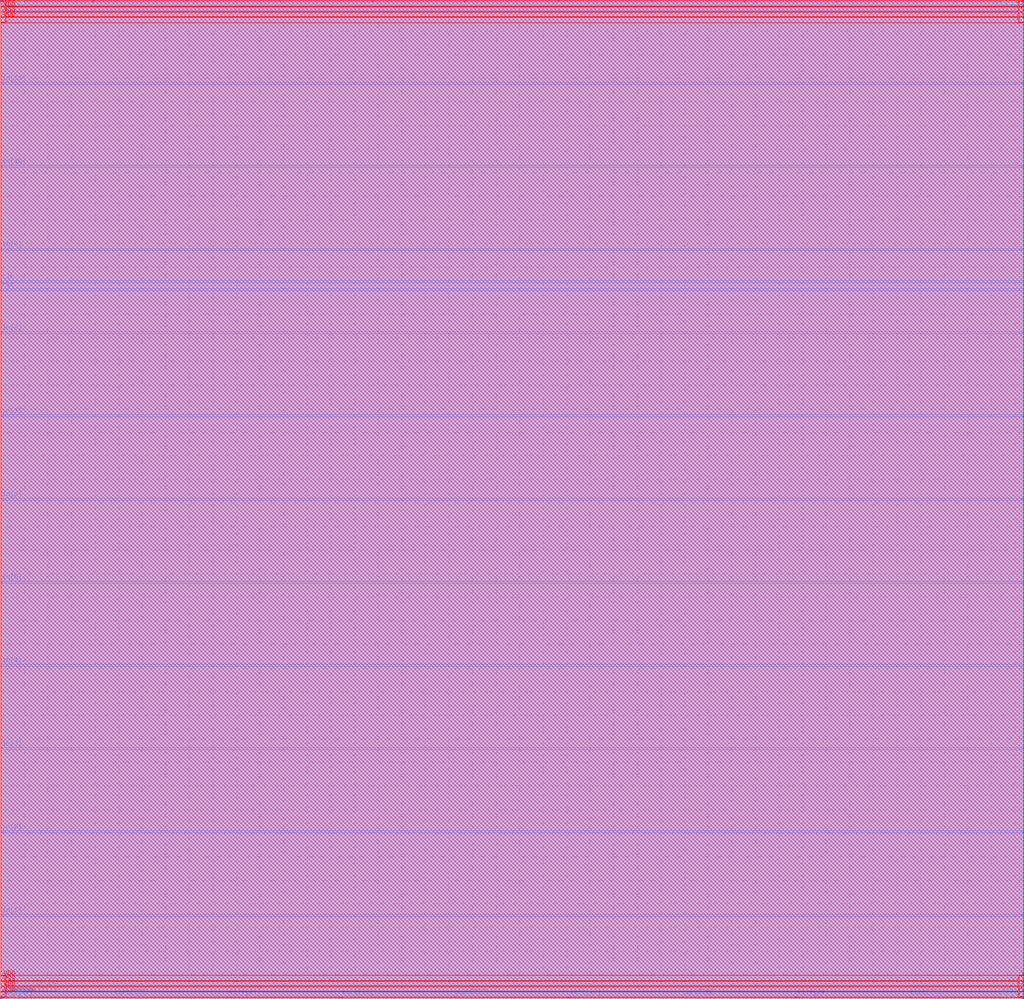
<source format=lef>
##
## LEF for PtnCells ;
## created by Encounter v10.13-s272_1 on Thu May 26 19:54:37 2016
##

VERSION 5.6 ;

BUSBITCHARS "[]" ;
DIVIDERCHAR "/" ;

UNITS
  DATABASE MICRONS 2000 ;
END UNITS

MACRO square_root_finder
  CLASS BLOCK ;
  SIZE 433.7750 BY 423.2800 ;
  FOREIGN square_root_finder 0.0000 0.0000 ;
  ORIGIN 0 0 ;
  SYMMETRY X Y R90 ;
  PIN rst
    DIRECTION INPUT ;
    USE SIGNAL ;
    ANTENNAPARTIALMETALAREA 4.5626 LAYER METAL3  ;
    ANTENNAPARTIALMETALSIDEAREA 17.2727 LAYER METAL3  ;
    ANTENNAMODEL OXIDE1 ;
    ANTENNAGATEAREA 0.2232 LAYER METAL3  ;
    ANTENNAMAXAREACAR 23.453 LAYER METAL3  ;
    ANTENNAMAXSIDEAREACAR 90.8504 LAYER METAL3  ;
    ANTENNAMAXCUTCAR 0.605735 LAYER VIA34  ;
    PORT
      LAYER METAL3 ;
        RECT 0.0000 300.3000 0.7250 300.5800 ;
    END
  END rst
  PIN clk
    DIRECTION INPUT ;
    USE SIGNAL ;
    ANTENNAPARTIALCUTAREA 0.0676 LAYER VIA34  ;
    ANTENNAPARTIALMETALAREA 2.6432 LAYER METAL4  ;
    ANTENNAPARTIALMETALSIDEAREA 10.3032 LAYER METAL4  ;
    ANTENNAMODEL OXIDE1 ;
    ANTENNAGATEAREA 0.8529 LAYER METAL4  ;
    ANTENNAMAXAREACAR 20.4887 LAYER METAL4  ;
    ANTENNAMAXSIDEAREACAR 78.7263 LAYER METAL4  ;
    ANTENNAMAXCUTCAR 0.237777 LAYER VIA45  ;
    PORT
      LAYER METAL3 ;
        RECT 0.0000 303.6600 0.7250 303.9400 ;
    END
  END clk
  PIN in[15]
    DIRECTION INPUT ;
    USE SIGNAL ;
    ANTENNAPARTIALMETALAREA 11.6788 LAYER METAL2  ;
    ANTENNAPARTIALMETALSIDEAREA 44.2126 LAYER METAL2  ;
    ANTENNAPARTIALCUTAREA 0.0676 LAYER VIA23  ;
    ANTENNAPARTIALMETALAREA 0.476 LAYER METAL3  ;
    ANTENNAPARTIALMETALSIDEAREA 2.0988 LAYER METAL3  ;
    ANTENNAPARTIALCUTAREA 0.0676 LAYER VIA34  ;
    ANTENNAPARTIALMETALAREA 35.8904 LAYER METAL4  ;
    ANTENNAPARTIALMETALSIDEAREA 136.464 LAYER METAL4  ;
    ANTENNAMODEL OXIDE1 ;
    ANTENNAGATEAREA 0.648 LAYER METAL4  ;
    ANTENNAMAXAREACAR 121.478 LAYER METAL4  ;
    ANTENNAMAXSIDEAREACAR 466.171 LAYER METAL4  ;
    ANTENNAMAXCUTCAR 1.87778 LAYER VIA45  ;
    PORT
      LAYER METAL2 ;
        RECT 78.7300 422.5500 79.0100 423.2800 ;
    END
  END in[15]
  PIN in[14]
    DIRECTION INPUT ;
    USE SIGNAL ;
    ANTENNAPARTIALMETALAREA 13.2244 LAYER METAL2  ;
    ANTENNAPARTIALMETALSIDEAREA 50.3606 LAYER METAL2  ;
    ANTENNAPARTIALCUTAREA 0.0676 LAYER VIA23  ;
    ANTENNAPARTIALMETALAREA 3.724 LAYER METAL3  ;
    ANTENNAPARTIALMETALSIDEAREA 14.6916 LAYER METAL3  ;
    ANTENNAPARTIALCUTAREA 0.0676 LAYER VIA34  ;
    ANTENNAPARTIALMETALAREA 25.956 LAYER METAL4  ;
    ANTENNAPARTIALMETALSIDEAREA 98.8556 LAYER METAL4  ;
    ANTENNAMODEL OXIDE1 ;
    ANTENNAGATEAREA 0.54 LAYER METAL4  ;
    ANTENNAMAXAREACAR 52.0289 LAYER METAL4  ;
    ANTENNAMAXSIDEAREACAR 199.437 LAYER METAL4  ;
    ANTENNAPARTIALCUTAREA 0.0676 LAYER VIA45  ;
    ANTENNAMAXCUTCAR 0.500741 LAYER VIA45  ;
    ANTENNAPARTIALMETALAREA 5.2808 LAYER METAL5  ;
    ANTENNAPARTIALMETALSIDEAREA 20.2884 LAYER METAL5  ;
    ANTENNAGATEAREA 0.648 LAYER METAL5  ;
    ANTENNAMAXAREACAR 60.1783 LAYER METAL5  ;
    ANTENNAMAXSIDEAREACAR 230.746 LAYER METAL5  ;
    PORT
      LAYER METAL2 ;
        RECT 39.2950 422.5500 39.5750 423.2800 ;
    END
  END in[14]
  PIN in[13]
    DIRECTION INPUT ;
    USE SIGNAL ;
    ANTENNAPARTIALMETALAREA 4.2252 LAYER METAL2  ;
    ANTENNAPARTIALMETALSIDEAREA 15.9954 LAYER METAL2  ;
    ANTENNAPARTIALCUTAREA 0.0676 LAYER VIA23  ;
    ANTENNAPARTIALMETALAREA 8.0528 LAYER METAL3  ;
    ANTENNAPARTIALMETALSIDEAREA 30.7824 LAYER METAL3  ;
    ANTENNAPARTIALCUTAREA 0.0676 LAYER VIA34  ;
    ANTENNAPARTIALMETALAREA 39.676 LAYER METAL4  ;
    ANTENNAPARTIALMETALSIDEAREA 150.499 LAYER METAL4  ;
    ANTENNAMODEL OXIDE1 ;
    ANTENNAGATEAREA 0.7344 LAYER METAL4  ;
    ANTENNAMAXAREACAR 64.3339 LAYER METAL4  ;
    ANTENNAMAXSIDEAREACAR 246.995 LAYER METAL4  ;
    ANTENNAMAXCUTCAR 1.04321 LAYER VIA45  ;
    PORT
      LAYER METAL2 ;
        RECT -0.1400 422.5500 0.1400 423.2800 ;
    END
  END in[13]
  PIN in[12]
    DIRECTION INPUT ;
    USE SIGNAL ;
    ANTENNAPARTIALMETALAREA 16.6726 LAYER METAL3  ;
    ANTENNAPARTIALMETALSIDEAREA 63.1177 LAYER METAL3  ;
    ANTENNAPARTIALCUTAREA 0.0676 LAYER VIA34  ;
    ANTENNAPARTIALMETALAREA 32.9056 LAYER METAL4  ;
    ANTENNAPARTIALMETALSIDEAREA 124.868 LAYER METAL4  ;
    ANTENNAMODEL OXIDE1 ;
    ANTENNAGATEAREA 0.648 LAYER METAL4  ;
    ANTENNAMAXAREACAR 74.2929 LAYER METAL4  ;
    ANTENNAMAXSIDEAREACAR 283.485 LAYER METAL4  ;
    ANTENNAMAXCUTCAR 0.834568 LAYER VIA45  ;
    PORT
      LAYER METAL3 ;
        RECT 0.0000 423.1350 0.7300 423.4150 ;
    END
  END in[12]
  PIN in[11]
    DIRECTION INPUT ;
    USE SIGNAL ;
    ANTENNAPARTIALMETALAREA 21.1526 LAYER METAL3  ;
    ANTENNAPARTIALMETALSIDEAREA 80.0777 LAYER METAL3  ;
    ANTENNAPARTIALCUTAREA 0.0676 LAYER VIA34  ;
    ANTENNAPARTIALMETALAREA 33.8744 LAYER METAL4  ;
    ANTENNAPARTIALMETALSIDEAREA 128.536 LAYER METAL4  ;
    ANTENNAMODEL OXIDE1 ;
    ANTENNAGATEAREA 0.648 LAYER METAL4  ;
    ANTENNAMAXAREACAR 62.3985 LAYER METAL4  ;
    ANTENNAMAXSIDEAREACAR 244.193 LAYER METAL4  ;
    ANTENNAMAXCUTCAR 1.87778 LAYER VIA45  ;
    PORT
      LAYER METAL3 ;
        RECT 0.0000 387.8650 0.7300 388.1450 ;
    END
  END in[11]
  PIN in[10]
    DIRECTION INPUT ;
    USE SIGNAL ;
    ANTENNAPARTIALMETALAREA 17.4552 LAYER METAL3  ;
    ANTENNAPARTIALMETALSIDEAREA 66.0804 LAYER METAL3  ;
    ANTENNAPARTIALCUTAREA 0.0676 LAYER VIA34  ;
    ANTENNAPARTIALMETALAREA 17.8304 LAYER METAL4  ;
    ANTENNAPARTIALMETALSIDEAREA 68.0944 LAYER METAL4  ;
    ANTENNAMODEL OXIDE1 ;
    ANTENNAGATEAREA 0.648 LAYER METAL4  ;
    ANTENNAMAXAREACAR 135.763 LAYER METAL4  ;
    ANTENNAMAXSIDEAREACAR 522.999 LAYER METAL4  ;
    ANTENNAMAXCUTCAR 3.12963 LAYER VIA45  ;
    PORT
      LAYER METAL3 ;
        RECT 0.0000 352.5900 0.7300 352.8700 ;
    END
  END in[10]
  PIN in[9]
    DIRECTION INPUT ;
    USE SIGNAL ;
    ANTENNAPARTIALCUTAREA 0.0676 LAYER VIA34  ;
    ANTENNAPARTIALMETALAREA 20.6682 LAYER METAL4  ;
    ANTENNAPARTIALMETALSIDEAREA 79.4311 LAYER METAL4  ;
    ANTENNAMODEL OXIDE1 ;
    ANTENNAGATEAREA 1.0702 LAYER METAL4  ;
    ANTENNAMAXAREACAR 48.5732 LAYER METAL4  ;
    ANTENNAMAXSIDEAREACAR 186.915 LAYER METAL4  ;
    ANTENNAMAXCUTCAR 1.17071 LAYER VIA45  ;
    PORT
      LAYER METAL3 ;
        RECT 0.0000 317.3150 0.7300 317.5950 ;
    END
  END in[9]
  PIN in[8]
    DIRECTION INPUT ;
    USE SIGNAL ;
    ANTENNAPARTIALMETALAREA 33.0806 LAYER METAL3  ;
    ANTENNAPARTIALMETALSIDEAREA 125.531 LAYER METAL3  ;
    ANTENNAMODEL OXIDE1 ;
    ANTENNAGATEAREA 0.648 LAYER METAL3  ;
    ANTENNAMAXAREACAR 64.2059 LAYER METAL3  ;
    ANTENNAMAXSIDEAREACAR 244.345 LAYER METAL3  ;
    ANTENNAMAXCUTCAR 1.25185 LAYER VIA34  ;
    PORT
      LAYER METAL3 ;
        RECT 0.0000 282.0450 0.7300 282.3250 ;
    END
  END in[8]
  PIN in[7]
    DIRECTION INPUT ;
    USE SIGNAL ;
    ANTENNAPARTIALMETALAREA 47.152 LAYER METAL3  ;
    ANTENNAPARTIALMETALSIDEAREA 179.098 LAYER METAL3  ;
    ANTENNAMODEL OXIDE1 ;
    ANTENNAGATEAREA 0.54 LAYER METAL3  ;
    ANTENNAMAXAREACAR 90.3785 LAYER METAL3  ;
    ANTENNAMAXSIDEAREACAR 344.068 LAYER METAL3  ;
    ANTENNAPARTIALCUTAREA 0.0676 LAYER VIA34  ;
    ANTENNAMAXCUTCAR 0.500741 LAYER VIA34  ;
    ANTENNAPARTIALMETALAREA 0.2352 LAYER METAL4  ;
    ANTENNAPARTIALMETALSIDEAREA 1.1872 LAYER METAL4  ;
    ANTENNAGATEAREA 0.54 LAYER METAL4  ;
    ANTENNAMAXAREACAR 90.8141 LAYER METAL4  ;
    ANTENNAMAXSIDEAREACAR 346.267 LAYER METAL4  ;
    ANTENNAPARTIALCUTAREA 0.0676 LAYER VIA45  ;
    ANTENNAMAXCUTCAR 0.625926 LAYER VIA45  ;
    ANTENNAPARTIALMETALAREA 2.5088 LAYER METAL5  ;
    ANTENNAPARTIALMETALSIDEAREA 9.7944 LAYER METAL5  ;
    ANTENNAGATEAREA 1.0702 LAYER METAL5  ;
    ANTENNAMAXAREACAR 93.1583 LAYER METAL5  ;
    ANTENNAMAXSIDEAREACAR 355.419 LAYER METAL5  ;
    PORT
      LAYER METAL3 ;
        RECT 0.0000 246.7700 0.7300 247.0500 ;
    END
  END in[7]
  PIN in[6]
    DIRECTION INPUT ;
    USE SIGNAL ;
    ANTENNAPARTIALMETALAREA 38.4636 LAYER METAL3  ;
    ANTENNAPARTIALMETALSIDEAREA 145.612 LAYER METAL3  ;
    ANTENNAPARTIALCUTAREA 0.0676 LAYER VIA34  ;
    ANTENNAPARTIALMETALAREA 11.1384 LAYER METAL4  ;
    ANTENNAPARTIALMETALSIDEAREA 42.4636 LAYER METAL4  ;
    ANTENNAMODEL OXIDE1 ;
    ANTENNAGATEAREA 0.648 LAYER METAL4  ;
    ANTENNAMAXAREACAR 24.325 LAYER METAL4  ;
    ANTENNAMAXSIDEAREACAR 97.9191 LAYER METAL4  ;
    ANTENNAMAXCUTCAR 1.87778 LAYER VIA45  ;
    PORT
      LAYER METAL3 ;
        RECT 0.0000 211.5000 0.7300 211.7800 ;
    END
  END in[6]
  PIN in[5]
    DIRECTION INPUT ;
    USE SIGNAL ;
    ANTENNAPARTIALMETALAREA 42.2086 LAYER METAL3  ;
    ANTENNAPARTIALMETALSIDEAREA 159.79 LAYER METAL3  ;
    ANTENNAPARTIALCUTAREA 0.0676 LAYER VIA34  ;
    ANTENNAPARTIALMETALAREA 20.2048 LAYER METAL4  ;
    ANTENNAPARTIALMETALSIDEAREA 76.7864 LAYER METAL4  ;
    ANTENNAMODEL OXIDE1 ;
    ANTENNAGATEAREA 0.6696 LAYER METAL4  ;
    ANTENNAMAXAREACAR 51.4691 LAYER METAL4  ;
    ANTENNAMAXSIDEAREACAR 198.365 LAYER METAL4  ;
    ANTENNAMAXCUTCAR 1.66577 LAYER VIA45  ;
    PORT
      LAYER METAL3 ;
        RECT 0.0000 176.2250 0.7300 176.5050 ;
    END
  END in[5]
  PIN in[4]
    DIRECTION INPUT ;
    USE SIGNAL ;
    ANTENNAPARTIALCUTAREA 0.0676 LAYER VIA34  ;
    ANTENNAPARTIALMETALAREA 3.8276 LAYER METAL4  ;
    ANTENNAPARTIALMETALSIDEAREA 14.787 LAYER METAL4  ;
    ANTENNAMODEL OXIDE1 ;
    ANTENNAGATEAREA 0.2232 LAYER METAL4  ;
    ANTENNAMAXAREACAR 37.0703 LAYER METAL4  ;
    ANTENNAMAXSIDEAREACAR 145.061 LAYER METAL4  ;
    ANTENNAMAXCUTCAR 0.908602 LAYER VIA45  ;
    PORT
      LAYER METAL3 ;
        RECT 0.0000 140.9500 0.7300 141.2300 ;
    END
  END in[4]
  PIN in[3]
    DIRECTION INPUT ;
    USE SIGNAL ;
    ANTENNAMODEL OXIDE1 ;
    ANTENNAGATEAREA 0.2232 LAYER METAL3  ;
    ANTENNAMAXAREACAR 15.0067 LAYER METAL3  ;
    ANTENNAMAXSIDEAREACAR 67.746 LAYER METAL3  ;
    ANTENNAMAXCUTCAR 0.605735 LAYER VIA34  ;
    PORT
      LAYER METAL3 ;
        RECT 0.0000 105.6800 0.7300 105.9600 ;
    END
  END in[3]
  PIN in[2]
    DIRECTION INPUT ;
    USE SIGNAL ;
    ANTENNAPARTIALCUTAREA 0.0676 LAYER VIA34  ;
    ANTENNAPARTIALMETALAREA 0.5222 LAYER METAL4  ;
    ANTENNAPARTIALMETALSIDEAREA 2.2737 LAYER METAL4  ;
    ANTENNAMODEL OXIDE1 ;
    ANTENNAGATEAREA 0.2232 LAYER METAL4  ;
    ANTENNAMAXAREACAR 32.4225 LAYER METAL4  ;
    ANTENNAMAXSIDEAREACAR 127.466 LAYER METAL4  ;
    ANTENNAMAXCUTCAR 0.908602 LAYER VIA45  ;
    PORT
      LAYER METAL3 ;
        RECT 0.0000 70.4050 0.7300 70.6850 ;
    END
  END in[2]
  PIN in[1]
    DIRECTION INPUT ;
    USE SIGNAL ;
    ANTENNAPARTIALMETALAREA 36.4406 LAYER METAL3  ;
    ANTENNAPARTIALMETALSIDEAREA 137.954 LAYER METAL3  ;
    ANTENNAPARTIALCUTAREA 0.0676 LAYER VIA34  ;
    ANTENNAPARTIALMETALAREA 54.8576 LAYER METAL4  ;
    ANTENNAPARTIALMETALSIDEAREA 207.972 LAYER METAL4  ;
    ANTENNAMODEL OXIDE1 ;
    ANTENNAGATEAREA 0.648 LAYER METAL4  ;
    ANTENNAMAXAREACAR 116.881 LAYER METAL4  ;
    ANTENNAMAXSIDEAREACAR 446.476 LAYER METAL4  ;
    ANTENNAMAXCUTCAR 1.9821 LAYER VIA45  ;
    PORT
      LAYER METAL3 ;
        RECT 0.0000 35.1350 0.7300 35.4150 ;
    END
  END in[1]
  PIN in[0]
    DIRECTION INPUT ;
    USE SIGNAL ;
    ANTENNAPARTIALMETALAREA 38.9004 LAYER METAL3  ;
    ANTENNAPARTIALMETALSIDEAREA 146.99 LAYER METAL3  ;
    ANTENNAPARTIALCUTAREA 0.0676 LAYER VIA34  ;
    ANTENNAPARTIALMETALAREA 55.4848 LAYER METAL4  ;
    ANTENNAPARTIALMETALSIDEAREA 210.346 LAYER METAL4  ;
    ANTENNAPARTIALCUTAREA 0.0676 LAYER VIA45  ;
    ANTENNAPARTIALMETALAREA 1.1648 LAYER METAL5  ;
    ANTENNAPARTIALMETALSIDEAREA 5.5968 LAYER METAL5  ;
    ANTENNAMODEL OXIDE1 ;
    ANTENNAGATEAREA 0.648 LAYER METAL5  ;
    ANTENNAMAXAREACAR 30.504 LAYER METAL5  ;
    ANTENNAMAXSIDEAREACAR 125.433 LAYER METAL5  ;
    PORT
      LAYER METAL3 ;
        RECT 0.0000 -0.1400 0.7300 0.1400 ;
    END
  END in[0]
  PIN sqrt[31]
    DIRECTION OUTPUT ;
    USE SIGNAL ;
    PORT
      LAYER METAL2 ;
        RECT 433.6350 0.0000 433.9150 0.7300 ;
    END
  END sqrt[31]
  PIN sqrt[30]
    DIRECTION OUTPUT ;
    USE SIGNAL ;
    ANTENNAPARTIALMETALAREA 2.75825 LAYER METAL2  ;
    ANTENNAPARTIALMETALSIDEAREA 10.2131 LAYER METAL2  ;
    ANTENNAPARTIALCUTAREA 0.0676 LAYER VIA23  ;
    ANTENNAPARTIALMETALAREA 38.7296 LAYER METAL3  ;
    ANTENNAPARTIALMETALSIDEAREA 146.916 LAYER METAL3  ;
    ANTENNAPARTIALCUTAREA 0.0676 LAYER VIA34  ;
    ANTENNAPARTIALMETALAREA 70.3836 LAYER METAL4  ;
    ANTENNAPARTIALMETALSIDEAREA 267.639 LAYER METAL4  ;
    ANTENNAPARTIALCUTAREA 0.2028 LAYER VIA45  ;
    ANTENNADIFFAREA 1.2324 LAYER METAL5  ;
    ANTENNAPARTIALMETALAREA 39.6816 LAYER METAL5  ;
    ANTENNAPARTIALMETALSIDEAREA 151.114 LAYER METAL5  ;
    ANTENNAMODEL OXIDE1 ;
    ANTENNAGATEAREA 1.5972 LAYER METAL5  ;
    ANTENNAMAXAREACAR 40.6419 LAYER METAL5  ;
    ANTENNAMAXSIDEAREACAR 158.352 LAYER METAL5  ;
    PORT
      LAYER METAL2 ;
        RECT 385.4350 0.0000 385.7150 0.7300 ;
    END
  END sqrt[30]
  PIN sqrt[29]
    DIRECTION OUTPUT ;
    USE SIGNAL ;
    ANTENNAPARTIALMETALAREA 2.7272 LAYER METAL2  ;
    ANTENNAPARTIALMETALSIDEAREA 10.3244 LAYER METAL2  ;
    ANTENNAPARTIALCUTAREA 0.0676 LAYER VIA23  ;
    ANTENNAPARTIALMETALAREA 25.424 LAYER METAL3  ;
    ANTENNAPARTIALMETALSIDEAREA 96.5448 LAYER METAL3  ;
    ANTENNAPARTIALCUTAREA 0.0676 LAYER VIA34  ;
    ANTENNAPARTIALMETALAREA 75.5804 LAYER METAL4  ;
    ANTENNAPARTIALMETALSIDEAREA 286.719 LAYER METAL4  ;
    ANTENNAPARTIALCUTAREA 0.2704 LAYER VIA45  ;
    ANTENNADIFFAREA 1.2324 LAYER METAL5  ;
    ANTENNAPARTIALMETALAREA 48.2888 LAYER METAL5  ;
    ANTENNAPARTIALMETALSIDEAREA 183.995 LAYER METAL5  ;
    ANTENNAMODEL OXIDE1 ;
    ANTENNAGATEAREA 1.7196 LAYER METAL5  ;
    ANTENNAMAXAREACAR 46.1255 LAYER METAL5  ;
    ANTENNAMAXSIDEAREACAR 177.837 LAYER METAL5  ;
    PORT
      LAYER METAL2 ;
        RECT 337.2400 0.0000 337.5200 0.7300 ;
    END
  END sqrt[29]
  PIN sqrt[28]
    DIRECTION OUTPUT ;
    USE SIGNAL ;
    ANTENNAPARTIALMETALAREA 0.028 LAYER METAL2  ;
    ANTENNAPARTIALMETALSIDEAREA 0.106 LAYER METAL2  ;
    ANTENNAPARTIALCUTAREA 0.0676 LAYER VIA23  ;
    ANTENNAPARTIALMETALAREA 3.5532 LAYER METAL3  ;
    ANTENNAPARTIALMETALSIDEAREA 13.7482 LAYER METAL3  ;
    ANTENNAPARTIALCUTAREA 0.0676 LAYER VIA34  ;
    ANTENNAPARTIALMETALAREA 2.9568 LAYER METAL4  ;
    ANTENNAPARTIALMETALSIDEAREA 11.4904 LAYER METAL4  ;
    ANTENNAPARTIALCUTAREA 0.0676 LAYER VIA45  ;
    ANTENNADIFFAREA 1.2324 LAYER METAL5  ;
    ANTENNAPARTIALMETALAREA 53.256 LAYER METAL5  ;
    ANTENNAPARTIALMETALSIDEAREA 204.283 LAYER METAL5  ;
    ANTENNAMODEL OXIDE1 ;
    ANTENNAGATEAREA 2.112 LAYER METAL5  ;
    ANTENNAMAXAREACAR 137.722 LAYER METAL5  ;
    ANTENNAMAXSIDEAREACAR 529.926 LAYER METAL5  ;
    PORT
      LAYER METAL2 ;
        RECT 289.0400 0.0000 289.3200 0.7300 ;
    END
  END sqrt[28]
  PIN sqrt[27]
    DIRECTION OUTPUT ;
    USE SIGNAL ;
    ANTENNAPARTIALMETALAREA 0.028 LAYER METAL2  ;
    ANTENNAPARTIALMETALSIDEAREA 0.106 LAYER METAL2  ;
    ANTENNAPARTIALCUTAREA 0.0676 LAYER VIA23  ;
    ANTENNAPARTIALMETALAREA 2.2078 LAYER METAL3  ;
    ANTENNAPARTIALMETALSIDEAREA 8.6549 LAYER METAL3  ;
    ANTENNAPARTIALCUTAREA 0.0676 LAYER VIA34  ;
    ANTENNAPARTIALMETALAREA 74.3652 LAYER METAL4  ;
    ANTENNAPARTIALMETALSIDEAREA 281.822 LAYER METAL4  ;
    ANTENNAPARTIALCUTAREA 0.1352 LAYER VIA45  ;
    ANTENNADIFFAREA 1.2324 LAYER METAL5  ;
    ANTENNAPARTIALMETALAREA 49.49 LAYER METAL5  ;
    ANTENNAPARTIALMETALSIDEAREA 188.839 LAYER METAL5  ;
    ANTENNAMODEL OXIDE1 ;
    ANTENNAGATEAREA 2.2344 LAYER METAL5  ;
    ANTENNAMAXAREACAR 34.1332 LAYER METAL5  ;
    ANTENNAMAXSIDEAREACAR 130.104 LAYER METAL5  ;
    PORT
      LAYER METAL2 ;
        RECT 240.8450 0.0000 241.1250 0.7300 ;
    END
  END sqrt[27]
  PIN sqrt[26]
    DIRECTION OUTPUT ;
    USE SIGNAL ;
    ANTENNAPARTIALMETALAREA 0.028 LAYER METAL2  ;
    ANTENNAPARTIALMETALSIDEAREA 0.106 LAYER METAL2  ;
    ANTENNAPARTIALCUTAREA 0.0676 LAYER VIA23  ;
    ANTENNAPARTIALMETALAREA 0.2296 LAYER METAL3  ;
    ANTENNAPARTIALMETALSIDEAREA 1.166 LAYER METAL3  ;
    ANTENNAPARTIALCUTAREA 0.0676 LAYER VIA34  ;
    ANTENNAPARTIALMETALAREA 79.8252 LAYER METAL4  ;
    ANTENNAPARTIALMETALSIDEAREA 302.492 LAYER METAL4  ;
    ANTENNAPARTIALCUTAREA 0.0676 LAYER VIA45  ;
    ANTENNADIFFAREA 1.2324 LAYER METAL5  ;
    ANTENNAPARTIALMETALAREA 33.74 LAYER METAL5  ;
    ANTENNAPARTIALMETALSIDEAREA 128.027 LAYER METAL5  ;
    ANTENNAMODEL OXIDE1 ;
    ANTENNAGATEAREA 2.3568 LAYER METAL5  ;
    ANTENNAMAXAREACAR 91.0499 LAYER METAL5  ;
    ANTENNAMAXSIDEAREACAR 350.787 LAYER METAL5  ;
    PORT
      LAYER METAL2 ;
        RECT 192.6500 0.0000 192.9300 0.7300 ;
    END
  END sqrt[26]
  PIN sqrt[25]
    DIRECTION OUTPUT ;
    USE SIGNAL ;
    ANTENNAPARTIALMETALAREA 0.2772 LAYER METAL2  ;
    ANTENNAPARTIALMETALSIDEAREA 1.0494 LAYER METAL2  ;
    ANTENNAPARTIALCUTAREA 0.0676 LAYER VIA23  ;
    ANTENNAPARTIALMETALAREA 29.4616 LAYER METAL3  ;
    ANTENNAPARTIALMETALSIDEAREA 111.83 LAYER METAL3  ;
    ANTENNAPARTIALCUTAREA 0.0676 LAYER VIA34  ;
    ANTENNAPARTIALMETALAREA 77.5852 LAYER METAL4  ;
    ANTENNAPARTIALMETALSIDEAREA 294.012 LAYER METAL4  ;
    ANTENNAMODEL OXIDE1 ;
    ANTENNAGATEAREA 1.1268 LAYER METAL4  ;
    ANTENNAMAXAREACAR 112.278 LAYER METAL4  ;
    ANTENNAMAXSIDEAREACAR 429.391 LAYER METAL4  ;
    ANTENNAPARTIALCUTAREA 0.0676 LAYER VIA45  ;
    ANTENNAMAXCUTCAR 1.24347 LAYER VIA45  ;
    ANTENNADIFFAREA 1.2324 LAYER METAL5  ;
    ANTENNAPARTIALMETALAREA 37.0664 LAYER METAL5  ;
    ANTENNAPARTIALMETALSIDEAREA 140.62 LAYER METAL5  ;
    ANTENNAGATEAREA 2.7492 LAYER METAL5  ;
    ANTENNAMAXAREACAR 125.761 LAYER METAL5  ;
    ANTENNAMAXSIDEAREACAR 480.54 LAYER METAL5  ;
    PORT
      LAYER METAL2 ;
        RECT 144.4500 0.0000 144.7300 0.7300 ;
    END
  END sqrt[25]
  PIN sqrt[24]
    DIRECTION OUTPUT ;
    USE SIGNAL ;
    ANTENNAPARTIALMETALAREA 0.343 LAYER METAL2  ;
    ANTENNAPARTIALMETALSIDEAREA 1.2985 LAYER METAL2  ;
    ANTENNAPARTIALCUTAREA 0.0676 LAYER VIA23  ;
    ANTENNAPARTIALMETALAREA 7.6832 LAYER METAL3  ;
    ANTENNAPARTIALMETALSIDEAREA 29.3832 LAYER METAL3  ;
    ANTENNAPARTIALCUTAREA 0.0676 LAYER VIA34  ;
    ANTENNADIFFAREA 1.2324 LAYER METAL4  ;
    ANTENNAPARTIALMETALAREA 79.1308 LAYER METAL4  ;
    ANTENNAPARTIALMETALSIDEAREA 300.457 LAYER METAL4  ;
    ANTENNAMODEL OXIDE1 ;
    ANTENNAGATEAREA 1.6224 LAYER METAL4  ;
    ANTENNAMAXAREACAR 81.4803 LAYER METAL4  ;
    ANTENNAMAXSIDEAREACAR 311.268 LAYER METAL4  ;
    ANTENNAPARTIALCUTAREA 0.0676 LAYER VIA45  ;
    ANTENNAMAXCUTCAR 1.04315 LAYER VIA45  ;
    ANTENNADIFFAREA 1.2324 LAYER METAL5  ;
    ANTENNAPARTIALMETALAREA 40.9472 LAYER METAL5  ;
    ANTENNAPARTIALMETALSIDEAREA 155.311 LAYER METAL5  ;
    ANTENNAGATEAREA 2.8716 LAYER METAL5  ;
    ANTENNAMAXAREACAR 123.674 LAYER METAL5  ;
    ANTENNAMAXSIDEAREACAR 474.818 LAYER METAL5  ;
    PORT
      LAYER METAL2 ;
        RECT 96.2550 0.0000 96.5350 0.7300 ;
    END
  END sqrt[24]
  PIN sqrt[23]
    DIRECTION OUTPUT ;
    USE SIGNAL ;
    ANTENNAPARTIALMETALAREA 0.3374 LAYER METAL2  ;
    ANTENNAPARTIALMETALSIDEAREA 1.2773 LAYER METAL2  ;
    ANTENNAPARTIALCUTAREA 0.0676 LAYER VIA23  ;
    ANTENNAPARTIALMETALAREA 0.2072 LAYER METAL3  ;
    ANTENNAPARTIALMETALSIDEAREA 1.0812 LAYER METAL3  ;
    ANTENNAPARTIALCUTAREA 0.0676 LAYER VIA34  ;
    ANTENNAPARTIALMETALAREA 86.1308 LAYER METAL4  ;
    ANTENNAPARTIALMETALSIDEAREA 326.363 LAYER METAL4  ;
    ANTENNAPARTIALCUTAREA 0.1352 LAYER VIA45  ;
    ANTENNADIFFAREA 1.2324 LAYER METAL5  ;
    ANTENNAPARTIALMETALAREA 47.8128 LAYER METAL5  ;
    ANTENNAPARTIALMETALSIDEAREA 181.896 LAYER METAL5  ;
    ANTENNAMODEL OXIDE1 ;
    ANTENNAGATEAREA 2.994 LAYER METAL5  ;
    ANTENNAMAXAREACAR 147.733 LAYER METAL5  ;
    ANTENNAMAXSIDEAREACAR 565.386 LAYER METAL5  ;
    PORT
      LAYER METAL2 ;
        RECT 48.0550 0.0000 48.3350 0.7300 ;
    END
  END sqrt[23]
  PIN sqrt[22]
    DIRECTION OUTPUT ;
    USE SIGNAL ;
    ANTENNAPARTIALMETALAREA 1.8732 LAYER METAL2  ;
    ANTENNAPARTIALMETALSIDEAREA 7.0914 LAYER METAL2  ;
    ANTENNAPARTIALCUTAREA 0.0676 LAYER VIA23  ;
    ANTENNAPARTIALMETALAREA 5.8352 LAYER METAL3  ;
    ANTENNAPARTIALMETALSIDEAREA 22.3872 LAYER METAL3  ;
    ANTENNAPARTIALCUTAREA 0.0676 LAYER VIA34  ;
    ANTENNAPARTIALMETALAREA 1.3888 LAYER METAL4  ;
    ANTENNAPARTIALMETALSIDEAREA 5.5544 LAYER METAL4  ;
    ANTENNAPARTIALCUTAREA 0.0676 LAYER VIA45  ;
    ANTENNADIFFAREA 1.2324 LAYER METAL5  ;
    ANTENNAPARTIALMETALAREA 93.0384 LAYER METAL5  ;
    ANTENNAPARTIALMETALSIDEAREA 353.998 LAYER METAL5  ;
    ANTENNAMODEL OXIDE1 ;
    ANTENNAGATEAREA 3.1164 LAYER METAL5  ;
    ANTENNAMAXAREACAR 113.451 LAYER METAL5  ;
    ANTENNAMAXSIDEAREACAR 436.199 LAYER METAL5  ;
    PORT
      LAYER METAL2 ;
        RECT -0.1400 0.0000 0.1400 0.7300 ;
    END
  END sqrt[22]
  PIN sqrt[21]
    DIRECTION OUTPUT ;
    USE SIGNAL ;
    ANTENNAPARTIALMETALAREA 5.0302 LAYER METAL3  ;
    ANTENNAPARTIALMETALSIDEAREA 19.0429 LAYER METAL3  ;
    ANTENNAPARTIALCUTAREA 0.0676 LAYER VIA34  ;
    ANTENNAPARTIALMETALAREA 62.0256 LAYER METAL4  ;
    ANTENNAPARTIALMETALSIDEAREA 235.702 LAYER METAL4  ;
    ANTENNAMODEL OXIDE1 ;
    ANTENNAGATEAREA 1.8864 LAYER METAL4  ;
    ANTENNAMAXAREACAR 152.017 LAYER METAL4  ;
    ANTENNAMAXSIDEAREACAR 581.856 LAYER METAL4  ;
    ANTENNAPARTIALCUTAREA 0.0676 LAYER VIA45  ;
    ANTENNAMAXCUTCAR 2.41067 LAYER VIA45  ;
    ANTENNADIFFAREA 1.2324 LAYER METAL5  ;
    ANTENNAPARTIALMETALAREA 28.14 LAYER METAL5  ;
    ANTENNAPARTIALMETALSIDEAREA 106.827 LAYER METAL5  ;
    ANTENNAGATEAREA 3.7788 LAYER METAL5  ;
    ANTENNAMAXAREACAR 159.464 LAYER METAL5  ;
    ANTENNAMAXSIDEAREACAR 610.126 LAYER METAL5  ;
    PORT
      LAYER METAL3 ;
        RECT 433.0450 423.1350 433.7750 423.4150 ;
    END
  END sqrt[21]
  PIN sqrt[20]
    DIRECTION OUTPUT ;
    USE SIGNAL ;
    ANTENNAPARTIALMETALAREA 21.665 LAYER METAL3  ;
    ANTENNAPARTIALMETALSIDEAREA 82.0175 LAYER METAL3  ;
    ANTENNAPARTIALCUTAREA 0.0676 LAYER VIA34  ;
    ANTENNAPARTIALMETALAREA 52.9872 LAYER METAL4  ;
    ANTENNAPARTIALMETALSIDEAREA 201.485 LAYER METAL4  ;
    ANTENNAMODEL OXIDE1 ;
    ANTENNAGATEAREA 2.0088 LAYER METAL4  ;
    ANTENNAMAXAREACAR 112.291 LAYER METAL4  ;
    ANTENNAMAXSIDEAREACAR 430.555 LAYER METAL4  ;
    ANTENNAPARTIALCUTAREA 0.0676 LAYER VIA45  ;
    ANTENNAMAXCUTCAR 1.82859 LAYER VIA45  ;
    ANTENNADIFFAREA 1.2324 LAYER METAL5  ;
    ANTENNAPARTIALMETALAREA 15.8144 LAYER METAL5  ;
    ANTENNAPARTIALMETALSIDEAREA 60.1656 LAYER METAL5  ;
    ANTENNAGATEAREA 3.9012 LAYER METAL5  ;
    ANTENNAMAXAREACAR 116.344 LAYER METAL5  ;
    ANTENNAMAXSIDEAREACAR 445.977 LAYER METAL5  ;
    PORT
      LAYER METAL3 ;
        RECT 433.0450 387.8650 433.7750 388.1450 ;
    END
  END sqrt[20]
  PIN sqrt[19]
    DIRECTION OUTPUT ;
    USE SIGNAL ;
    ANTENNAPARTIALMETALAREA 17.7856 LAYER METAL3  ;
    ANTENNAPARTIALMETALSIDEAREA 67.3312 LAYER METAL3  ;
    ANTENNAPARTIALCUTAREA 0.0676 LAYER VIA34  ;
    ANTENNADIFFAREA 1.2324 LAYER METAL4  ;
    ANTENNAPARTIALMETALAREA 40.908 LAYER METAL4  ;
    ANTENNAPARTIALMETALSIDEAREA 155.46 LAYER METAL4  ;
    ANTENNAMODEL OXIDE1 ;
    ANTENNAGATEAREA 4.0236 LAYER METAL4  ;
    ANTENNAMAXAREACAR 70.4936 LAYER METAL4  ;
    ANTENNAMAXSIDEAREACAR 273.959 LAYER METAL4  ;
    ANTENNAMAXCUTCAR 1.71196 LAYER VIA45  ;
    PORT
      LAYER METAL3 ;
        RECT 433.0450 352.5900 433.7750 352.8700 ;
    END
  END sqrt[19]
  PIN sqrt[18]
    DIRECTION OUTPUT ;
    USE SIGNAL ;
    ANTENNAPARTIALMETALAREA 41.9258 LAYER METAL3  ;
    ANTENNAPARTIALMETALSIDEAREA 160.203 LAYER METAL3  ;
    ANTENNAMODEL OXIDE1 ;
    ANTENNAGATEAREA 1.1016 LAYER METAL3  ;
    ANTENNAMAXAREACAR 138.712 LAYER METAL3  ;
    ANTENNAMAXSIDEAREACAR 530.067 LAYER METAL3  ;
    ANTENNAPARTIALCUTAREA 0.0676 LAYER VIA34  ;
    ANTENNAMAXCUTCAR 1.71823 LAYER VIA34  ;
    ANTENNADIFFAREA 1.2324 LAYER METAL4  ;
    ANTENNAPARTIALMETALAREA 29.8032 LAYER METAL4  ;
    ANTENNAPARTIALMETALSIDEAREA 113.42 LAYER METAL4  ;
    ANTENNAGATEAREA 4.146 LAYER METAL4  ;
    ANTENNAMAXAREACAR 145.9 LAYER METAL4  ;
    ANTENNAMAXSIDEAREACAR 557.424 LAYER METAL4  ;
    ANTENNAMAXCUTCAR 1.72569 LAYER VIA45  ;
    PORT
      LAYER METAL3 ;
        RECT 433.0450 317.3150 433.7750 317.5950 ;
    END
  END sqrt[18]
  PIN sqrt[17]
    DIRECTION OUTPUT ;
    USE SIGNAL ;
    ANTENNADIFFAREA 1.2324 LAYER METAL3  ;
    ANTENNAPARTIALMETALAREA 88.2546 LAYER METAL3  ;
    ANTENNAPARTIALMETALSIDEAREA 337.075 LAYER METAL3  ;
    ANTENNAMODEL OXIDE1 ;
    ANTENNAGATEAREA 3.7284 LAYER METAL3  ;
    ANTENNAMAXAREACAR 86.1211 LAYER METAL3  ;
    ANTENNAMAXSIDEAREACAR 330.423 LAYER METAL3  ;
    ANTENNAPARTIALCUTAREA 0.0676 LAYER VIA34  ;
    ANTENNAMAXCUTCAR 1.67499 LAYER VIA34  ;
    ANTENNADIFFAREA 1.2324 LAYER METAL4  ;
    ANTENNAPARTIALMETALAREA 21.7728 LAYER METAL4  ;
    ANTENNAPARTIALMETALSIDEAREA 82.7224 LAYER METAL4  ;
    ANTENNAGATEAREA 4.2684 LAYER METAL4  ;
    ANTENNAMAXAREACAR 91.222 LAYER METAL4  ;
    ANTENNAMAXSIDEAREACAR 349.803 LAYER METAL4  ;
    ANTENNAMAXCUTCAR 1.67499 LAYER VIA45  ;
    PORT
      LAYER METAL3 ;
        RECT 433.0450 282.0450 433.7750 282.3250 ;
    END
  END sqrt[17]
  PIN sqrt[16]
    DIRECTION OUTPUT ;
    USE SIGNAL ;
    ANTENNAPARTIALMETALAREA 7.9968 LAYER METAL3  ;
    ANTENNAPARTIALMETALSIDEAREA 30.2736 LAYER METAL3  ;
    ANTENNAPARTIALCUTAREA 0.0676 LAYER VIA34  ;
    ANTENNADIFFAREA 1.2324 LAYER METAL4  ;
    ANTENNAPARTIALMETALAREA 47.04 LAYER METAL4  ;
    ANTENNAPARTIALMETALSIDEAREA 179.564 LAYER METAL4  ;
    ANTENNAMODEL OXIDE1 ;
    ANTENNAGATEAREA 4.3908 LAYER METAL4  ;
    ANTENNAMAXAREACAR 92.5279 LAYER METAL4  ;
    ANTENNAMAXSIDEAREACAR 355.431 LAYER METAL4  ;
    ANTENNAMAXCUTCAR 2.27798 LAYER VIA45  ;
    PORT
      LAYER METAL3 ;
        RECT 433.0450 246.7700 433.7750 247.0500 ;
    END
  END sqrt[16]
  PIN sqrt[15]
    DIRECTION OUTPUT ;
    USE SIGNAL ;
    ANTENNAPARTIALMETALAREA 24.5756 LAYER METAL3  ;
    ANTENNAPARTIALMETALSIDEAREA 93.333 LAYER METAL3  ;
    ANTENNAMODEL OXIDE1 ;
    ANTENNAGATEAREA 0.54 LAYER METAL3  ;
    ANTENNAMAXAREACAR 78.7043 LAYER METAL3  ;
    ANTENNAMAXSIDEAREACAR 298.449 LAYER METAL3  ;
    ANTENNAPARTIALCUTAREA 0.1352 LAYER VIA34  ;
    ANTENNAMAXCUTCAR 0.625926 LAYER VIA34  ;
    ANTENNADIFFAREA 1.2 LAYER METAL4  ;
    ANTENNAPARTIALMETALAREA 70.6272 LAYER METAL4  ;
    ANTENNAPARTIALMETALSIDEAREA 268.562 LAYER METAL4  ;
    ANTENNAGATEAREA 6.0108 LAYER METAL4  ;
    ANTENNAMAXAREACAR 134.895 LAYER METAL4  ;
    ANTENNAMAXSIDEAREACAR 516.131 LAYER METAL4  ;
    ANTENNAMAXCUTCAR 2.29412 LAYER VIA45  ;
    PORT
      LAYER METAL3 ;
        RECT 433.0450 211.5000 433.7750 211.7800 ;
    END
  END sqrt[15]
  PIN sqrt[14]
    DIRECTION OUTPUT ;
    USE SIGNAL ;
    ANTENNAPARTIALMETALAREA 8.0206 LAYER METAL3  ;
    ANTENNAPARTIALMETALSIDEAREA 30.3637 LAYER METAL3  ;
    ANTENNAPARTIALCUTAREA 0.0676 LAYER VIA34  ;
    ANTENNADIFFAREA 1.158 LAYER METAL4  ;
    ANTENNAPARTIALMETALAREA 72.7356 LAYER METAL4  ;
    ANTENNAPARTIALMETALSIDEAREA 276.543 LAYER METAL4  ;
    ANTENNAMODEL OXIDE1 ;
    ANTENNAGATEAREA 4.7832 LAYER METAL4  ;
    ANTENNAMAXAREACAR 72.7132 LAYER METAL4  ;
    ANTENNAMAXSIDEAREACAR 282.272 LAYER METAL4  ;
    ANTENNAPARTIALCUTAREA 0.0676 LAYER VIA45  ;
    ANTENNAMAXCUTCAR 2.40738 LAYER VIA45  ;
    ANTENNADIFFAREA 1.158 LAYER METAL5  ;
    ANTENNAPARTIALMETALAREA 20.2496 LAYER METAL5  ;
    ANTENNAPARTIALMETALSIDEAREA 76.956 LAYER METAL5  ;
    ANTENNAGATEAREA 5.8632 LAYER METAL5  ;
    ANTENNAMAXAREACAR 76.1669 LAYER METAL5  ;
    ANTENNAMAXSIDEAREACAR 295.397 LAYER METAL5  ;
    PORT
      LAYER METAL3 ;
        RECT 433.0450 176.2250 433.7750 176.5050 ;
    END
  END sqrt[14]
  PIN sqrt[13]
    DIRECTION OUTPUT ;
    USE SIGNAL ;
    ANTENNAPARTIALMETALAREA 16.1504 LAYER METAL3  ;
    ANTENNAPARTIALMETALSIDEAREA 61.1408 LAYER METAL3  ;
    ANTENNAPARTIALCUTAREA 0.1352 LAYER VIA34  ;
    ANTENNAPARTIALMETALAREA 82.8912 LAYER METAL4  ;
    ANTENNAPARTIALMETALSIDEAREA 315.286 LAYER METAL4  ;
    ANTENNAMODEL OXIDE1 ;
    ANTENNAGATEAREA 3.8232 LAYER METAL4  ;
    ANTENNAMAXAREACAR 134.442 LAYER METAL4  ;
    ANTENNAMAXSIDEAREACAR 522.74 LAYER METAL4  ;
    ANTENNAPARTIALCUTAREA 0.1352 LAYER VIA45  ;
    ANTENNAMAXCUTCAR 2.30451 LAYER VIA45  ;
    ANTENNADIFFAREA 1.158 LAYER METAL5  ;
    ANTENNAPARTIALMETALAREA 53.9896 LAYER METAL5  ;
    ANTENNAPARTIALMETALSIDEAREA 204.983 LAYER METAL5  ;
    ANTENNAGATEAREA 5.9856 LAYER METAL5  ;
    ANTENNAMAXAREACAR 143.462 LAYER METAL5  ;
    ANTENNAMAXSIDEAREACAR 556.986 LAYER METAL5  ;
    PORT
      LAYER METAL3 ;
        RECT 433.0450 140.9500 433.7750 141.2300 ;
    END
  END sqrt[13]
  PIN sqrt[12]
    DIRECTION OUTPUT ;
    USE SIGNAL ;
    ANTENNAPARTIALMETALAREA 29.0836 LAYER METAL3  ;
    ANTENNAPARTIALMETALSIDEAREA 110.102 LAYER METAL3  ;
    ANTENNAPARTIALCUTAREA 0.2028 LAYER VIA34  ;
    ANTENNADIFFAREA 1.0164 LAYER METAL4  ;
    ANTENNAPARTIALMETALAREA 104.236 LAYER METAL4  ;
    ANTENNAPARTIALMETALSIDEAREA 396.684 LAYER METAL4  ;
    ANTENNAMODEL OXIDE1 ;
    ANTENNAGATEAREA 5.1576 LAYER METAL4  ;
    ANTENNAMAXAREACAR 120.563 LAYER METAL4  ;
    ANTENNAMAXSIDEAREACAR 460.464 LAYER METAL4  ;
    ANTENNAPARTIALCUTAREA 0.0676 LAYER VIA45  ;
    ANTENNAMAXCUTCAR 2.03816 LAYER VIA45  ;
    ANTENNADIFFAREA 1.0164 LAYER METAL5  ;
    ANTENNAPARTIALMETALAREA 16.184 LAYER METAL5  ;
    ANTENNAPARTIALMETALSIDEAREA 61.5648 LAYER METAL5  ;
    ANTENNAGATEAREA 6.2376 LAYER METAL5  ;
    ANTENNAMAXAREACAR 123.158 LAYER METAL5  ;
    ANTENNAMAXSIDEAREACAR 470.334 LAYER METAL5  ;
    PORT
      LAYER METAL3 ;
        RECT 433.0450 105.6800 433.7750 105.9600 ;
    END
  END sqrt[12]
  PIN sqrt[11]
    DIRECTION OUTPUT ;
    USE SIGNAL ;
    ANTENNAPARTIALMETALAREA 81.2238 LAYER METAL3  ;
    ANTENNAPARTIALMETALSIDEAREA 308.084 LAYER METAL3  ;
    ANTENNAMODEL OXIDE1 ;
    ANTENNAGATEAREA 1.2096 LAYER METAL3  ;
    ANTENNAMAXAREACAR 73.336 LAYER METAL3  ;
    ANTENNAMAXSIDEAREACAR 278.941 LAYER METAL3  ;
    ANTENNAPARTIALCUTAREA 0.1352 LAYER VIA34  ;
    ANTENNAMAXCUTCAR 0.487328 LAYER VIA34  ;
    ANTENNADIFFAREA 1.0164 LAYER METAL4  ;
    ANTENNAPARTIALMETALAREA 80.9032 LAYER METAL4  ;
    ANTENNAPARTIALMETALSIDEAREA 307.464 LAYER METAL4  ;
    ANTENNAGATEAREA 6.4896 LAYER METAL4  ;
    ANTENNAMAXAREACAR 121.674 LAYER METAL4  ;
    ANTENNAMAXSIDEAREACAR 465.176 LAYER METAL4  ;
    ANTENNAMAXCUTCAR 1.84096 LAYER VIA45  ;
    PORT
      LAYER METAL3 ;
        RECT 433.0450 70.4050 433.7750 70.6850 ;
    END
  END sqrt[11]
  PIN sqrt[10]
    DIRECTION OUTPUT ;
    USE SIGNAL ;
    ANTENNAPARTIALMETALAREA 8.0122 LAYER METAL3  ;
    ANTENNAPARTIALMETALSIDEAREA 30.3319 LAYER METAL3  ;
    ANTENNAPARTIALCUTAREA 0.0676 LAYER VIA34  ;
    ANTENNADIFFAREA 1.2324 LAYER METAL4  ;
    ANTENNAPARTIALMETALAREA 77.868 LAYER METAL4  ;
    ANTENNAPARTIALMETALSIDEAREA 295.973 LAYER METAL4  ;
    ANTENNAMODEL OXIDE1 ;
    ANTENNAGATEAREA 4.32 LAYER METAL4  ;
    ANTENNAMAXAREACAR 144.414 LAYER METAL4  ;
    ANTENNAMAXSIDEAREACAR 552.236 LAYER METAL4  ;
    ANTENNAMAXCUTCAR 2.25844 LAYER VIA45  ;
    PORT
      LAYER METAL3 ;
        RECT 433.0450 35.1350 433.7750 35.4150 ;
    END
  END sqrt[10]
  PIN sqrt[9]
    DIRECTION OUTPUT ;
    USE SIGNAL ;
    ANTENNAPARTIALMETALAREA 3.0492 LAYER METAL3  ;
    ANTENNAPARTIALMETALSIDEAREA 11.4321 LAYER METAL3  ;
    ANTENNAPARTIALCUTAREA 0.0676 LAYER VIA34  ;
    ANTENNAPARTIALMETALAREA 25.0432 LAYER METAL4  ;
    ANTENNAPARTIALMETALSIDEAREA 95.4 LAYER METAL4  ;
    ANTENNAMODEL OXIDE1 ;
    ANTENNAGATEAREA 0.6696 LAYER METAL4  ;
    ANTENNAMAXAREACAR 47.3837 LAYER METAL4  ;
    ANTENNAMAXSIDEAREACAR 181.376 LAYER METAL4  ;
    ANTENNAPARTIALCUTAREA 0.0676 LAYER VIA45  ;
    ANTENNAMAXCUTCAR 0.504779 LAYER VIA45  ;
    ANTENNADIFFAREA 1.2324 LAYER METAL5  ;
    ANTENNAPARTIALMETALAREA 57.9488 LAYER METAL5  ;
    ANTENNAPARTIALMETALSIDEAREA 219.674 LAYER METAL5  ;
    ANTENNAGATEAREA 7.0044 LAYER METAL5  ;
    ANTENNAMAXAREACAR 107.541 LAYER METAL5  ;
    ANTENNAMAXSIDEAREACAR 412.547 LAYER METAL5  ;
    PORT
      LAYER METAL3 ;
        RECT 433.0450 -0.1400 433.7750 0.1400 ;
    END
  END sqrt[9]
  PIN sqrt[8]
    DIRECTION OUTPUT ;
    USE SIGNAL ;
    ANTENNAPARTIALMETALAREA 12.4278 LAYER METAL2  ;
    ANTENNAPARTIALMETALSIDEAREA 47.3449 LAYER METAL2  ;
    ANTENNAMODEL OXIDE1 ;
    ANTENNAGATEAREA 0.1224 LAYER METAL2  ;
    ANTENNAMAXAREACAR 103.501 LAYER METAL2  ;
    ANTENNAMAXSIDEAREACAR 395.422 LAYER METAL2  ;
    ANTENNAPARTIALCUTAREA 0.1352 LAYER VIA23  ;
    ANTENNAMAXCUTCAR 1.65686 LAYER VIA23  ;
    ANTENNAPARTIALMETALAREA 79.8392 LAYER METAL3  ;
    ANTENNAPARTIALMETALSIDEAREA 305.513 LAYER METAL3  ;
    ANTENNAGATEAREA 2.988 LAYER METAL3  ;
    ANTENNAMAXAREACAR 130.221 LAYER METAL3  ;
    ANTENNAMAXSIDEAREACAR 497.668 LAYER METAL3  ;
    ANTENNAPARTIALCUTAREA 0.2704 LAYER VIA34  ;
    ANTENNAMAXCUTCAR 1.74736 LAYER VIA34  ;
    ANTENNADIFFAREA 1.0164 LAYER METAL4  ;
    ANTENNAPARTIALMETALAREA 63.1064 LAYER METAL4  ;
    ANTENNAPARTIALMETALSIDEAREA 240.387 LAYER METAL4  ;
    ANTENNAGATEAREA 6.2412 LAYER METAL4  ;
    ANTENNAMAXAREACAR 140.332 LAYER METAL4  ;
    ANTENNAMAXSIDEAREACAR 536.184 LAYER METAL4  ;
    ANTENNAMAXCUTCAR 2.20915 LAYER VIA45  ;
    PORT
      LAYER METAL2 ;
        RECT 433.6350 422.5500 433.9150 423.2800 ;
    END
  END sqrt[8]
  PIN sqrt[7]
    DIRECTION OUTPUT ;
    USE SIGNAL ;
    ANTENNAPARTIALMETALAREA 10.2004 LAYER METAL2  ;
    ANTENNAPARTIALMETALSIDEAREA 38.6158 LAYER METAL2  ;
    ANTENNAPARTIALCUTAREA 0.0676 LAYER VIA23  ;
    ANTENNAPARTIALMETALAREA 17.4776 LAYER METAL3  ;
    ANTENNAPARTIALMETALSIDEAREA 66.462 LAYER METAL3  ;
    ANTENNAPARTIALCUTAREA 0.0676 LAYER VIA34  ;
    ANTENNADIFFAREA 3.9084 LAYER METAL4  ;
    ANTENNAPARTIALMETALAREA 81.8496 LAYER METAL4  ;
    ANTENNAPARTIALMETALSIDEAREA 311.343 LAYER METAL4  ;
    ANTENNAMODEL OXIDE1 ;
    ANTENNAGATEAREA 6.18 LAYER METAL4  ;
    ANTENNAMAXAREACAR 86.3603 LAYER METAL4  ;
    ANTENNAMAXSIDEAREACAR 332.894 LAYER METAL4  ;
    ANTENNAMAXCUTCAR 1.79493 LAYER VIA45  ;
    PORT
      LAYER METAL2 ;
        RECT 394.2000 422.5500 394.4800 423.2800 ;
    END
  END sqrt[7]
  PIN sqrt[6]
    DIRECTION OUTPUT ;
    USE SIGNAL ;
    ANTENNAPARTIALMETALAREA 13.6038 LAYER METAL2  ;
    ANTENNAPARTIALMETALSIDEAREA 51.5001 LAYER METAL2  ;
    ANTENNAPARTIALCUTAREA 0.0676 LAYER VIA23  ;
    ANTENNAPARTIALMETALAREA 63.7112 LAYER METAL3  ;
    ANTENNAPARTIALMETALSIDEAREA 244.16 LAYER METAL3  ;
    ANTENNAMODEL OXIDE1 ;
    ANTENNAGATEAREA 1.3464 LAYER METAL3  ;
    ANTENNAMAXAREACAR 117.753 LAYER METAL3  ;
    ANTENNAMAXSIDEAREACAR 451.583 LAYER METAL3  ;
    ANTENNAPARTIALCUTAREA 0.2028 LAYER VIA34  ;
    ANTENNAMAXCUTCAR 2.35977 LAYER VIA34  ;
    ANTENNADIFFAREA 1.2324 LAYER METAL4  ;
    ANTENNAPARTIALMETALAREA 42.0952 LAYER METAL4  ;
    ANTENNAPARTIALMETALSIDEAREA 160.844 LAYER METAL4  ;
    ANTENNAGATEAREA 7.6308 LAYER METAL4  ;
    ANTENNAMAXAREACAR 123.27 LAYER METAL4  ;
    ANTENNAMAXSIDEAREACAR 472.661 LAYER METAL4  ;
    ANTENNAMAXCUTCAR 2.35977 LAYER VIA45  ;
    PORT
      LAYER METAL2 ;
        RECT 354.7650 422.5500 355.0450 423.2800 ;
    END
  END sqrt[6]
  PIN sqrt[5]
    DIRECTION OUTPUT ;
    USE SIGNAL ;
    ANTENNAPARTIALMETALAREA 17.6792 LAYER METAL2  ;
    ANTENNAPARTIALMETALSIDEAREA 67.2252 LAYER METAL2  ;
    ANTENNAPARTIALCUTAREA 0.1352 LAYER VIA23  ;
    ANTENNAPARTIALMETALAREA 41.9272 LAYER METAL3  ;
    ANTENNAPARTIALMETALSIDEAREA 160.802 LAYER METAL3  ;
    ANTENNAMODEL OXIDE1 ;
    ANTENNAGATEAREA 1.3464 LAYER METAL3  ;
    ANTENNAMAXAREACAR 93.5904 LAYER METAL3  ;
    ANTENNAMAXSIDEAREACAR 359.447 LAYER METAL3  ;
    ANTENNAPARTIALCUTAREA 0.1352 LAYER VIA34  ;
    ANTENNAMAXCUTCAR 2.30957 LAYER VIA34  ;
    ANTENNADIFFAREA 2.321 LAYER METAL4  ;
    ANTENNAPARTIALMETALAREA 39.48 LAYER METAL4  ;
    ANTENNAPARTIALMETALSIDEAREA 150.647 LAYER METAL4  ;
    ANTENNAGATEAREA 7.4706 LAYER METAL4  ;
    ANTENNAMAXAREACAR 98.8751 LAYER METAL4  ;
    ANTENNAMAXSIDEAREACAR 379.612 LAYER METAL4  ;
    ANTENNAMAXCUTCAR 2.30957 LAYER VIA45  ;
    PORT
      LAYER METAL2 ;
        RECT 315.3300 422.5500 315.6100 423.2800 ;
    END
  END sqrt[5]
  PIN sqrt[4]
    DIRECTION OUTPUT ;
    USE SIGNAL ;
    ANTENNAPARTIALMETALAREA 3.976 LAYER METAL2  ;
    ANTENNAPARTIALMETALSIDEAREA 15.052 LAYER METAL2  ;
    ANTENNAPARTIALCUTAREA 0.0676 LAYER VIA23  ;
    ANTENNADIFFAREA 2.321 LAYER METAL3  ;
    ANTENNAPARTIALMETALAREA 108.217 LAYER METAL3  ;
    ANTENNAPARTIALMETALSIDEAREA 416.209 LAYER METAL3  ;
    ANTENNAMODEL OXIDE1 ;
    ANTENNAGATEAREA 4.8048 LAYER METAL3  ;
    ANTENNAMAXAREACAR 115.489 LAYER METAL3  ;
    ANTENNAMAXSIDEAREACAR 442.165 LAYER METAL3  ;
    ANTENNAPARTIALCUTAREA 0.1352 LAYER VIA34  ;
    ANTENNAMAXCUTCAR 2.23729 LAYER VIA34  ;
    ANTENNADIFFAREA 2.321 LAYER METAL4  ;
    ANTENNAPARTIALMETALAREA 31.9256 LAYER METAL4  ;
    ANTENNAPARTIALMETALSIDEAREA 122.048 LAYER METAL4  ;
    ANTENNAGATEAREA 8.826 LAYER METAL4  ;
    ANTENNAMAXAREACAR 119.106 LAYER METAL4  ;
    ANTENNAMAXSIDEAREACAR 455.994 LAYER METAL4  ;
    ANTENNAMAXCUTCAR 2.23729 LAYER VIA45  ;
    PORT
      LAYER METAL2 ;
        RECT 275.9000 422.5500 276.1800 423.2800 ;
    END
  END sqrt[4]
  PIN sqrt[3]
    DIRECTION OUTPUT ;
    USE SIGNAL ;
    ANTENNAPARTIALMETALAREA 14.7126 LAYER METAL2  ;
    ANTENNAPARTIALMETALSIDEAREA 55.6977 LAYER METAL2  ;
    ANTENNAPARTIALCUTAREA 0.1352 LAYER VIA23  ;
    ANTENNADIFFAREA 6.5045 LAYER METAL3  ;
    ANTENNAPARTIALMETALAREA 74.9056 LAYER METAL3  ;
    ANTENNAPARTIALMETALSIDEAREA 287.43 LAYER METAL3  ;
    ANTENNAMODEL OXIDE1 ;
    ANTENNAGATEAREA 3.4584 LAYER METAL3  ;
    ANTENNAMAXAREACAR 81.8445 LAYER METAL3  ;
    ANTENNAMAXSIDEAREACAR 314.553 LAYER METAL3  ;
    ANTENNAPARTIALCUTAREA 0.1352 LAYER VIA34  ;
    ANTENNAMAXCUTCAR 2.24824 LAYER VIA34  ;
    ANTENNADIFFAREA 6.5045 LAYER METAL4  ;
    ANTENNAPARTIALMETALAREA 40.0736 LAYER METAL4  ;
    ANTENNAPARTIALMETALSIDEAREA 152.598 LAYER METAL4  ;
    ANTENNAGATEAREA 9.4824 LAYER METAL4  ;
    ANTENNAMAXAREACAR 86.0706 LAYER METAL4  ;
    ANTENNAMAXSIDEAREACAR 330.645 LAYER METAL4  ;
    ANTENNAMAXCUTCAR 2.24824 LAYER VIA45  ;
    PORT
      LAYER METAL2 ;
        RECT 236.4650 422.5500 236.7450 423.2800 ;
    END
  END sqrt[3]
  PIN sqrt[2]
    DIRECTION OUTPUT ;
    USE SIGNAL ;
    ANTENNAPARTIALMETALAREA 21.1288 LAYER METAL2  ;
    ANTENNAPARTIALMETALSIDEAREA 79.9876 LAYER METAL2  ;
    ANTENNAPARTIALCUTAREA 0.2028 LAYER VIA23  ;
    ANTENNAPARTIALMETALAREA 40.236 LAYER METAL3  ;
    ANTENNAPARTIALMETALSIDEAREA 154.4 LAYER METAL3  ;
    ANTENNAMODEL OXIDE1 ;
    ANTENNAGATEAREA 1.4688 LAYER METAL3  ;
    ANTENNAMAXAREACAR 56.8342 LAYER METAL3  ;
    ANTENNAMAXSIDEAREACAR 220.169 LAYER METAL3  ;
    ANTENNAPARTIALCUTAREA 0.1352 LAYER VIA34  ;
    ANTENNAMAXCUTCAR 1.74891 LAYER VIA34  ;
    ANTENNAPARTIALMETALAREA 10.276 LAYER METAL4  ;
    ANTENNAPARTIALMETALSIDEAREA 39.4956 LAYER METAL4  ;
    ANTENNAGATEAREA 7.0764 LAYER METAL4  ;
    ANTENNAMAXAREACAR 85.6099 LAYER METAL4  ;
    ANTENNAMAXSIDEAREACAR 328.1 LAYER METAL4  ;
    ANTENNAPARTIALCUTAREA 0.0676 LAYER VIA45  ;
    ANTENNAMAXCUTCAR 1.75846 LAYER VIA45  ;
    ANTENNADIFFAREA 6.5045 LAYER METAL5  ;
    ANTENNAPARTIALMETALAREA 2.6936 LAYER METAL5  ;
    ANTENNAPARTIALMETALSIDEAREA 10.494 LAYER METAL5  ;
    ANTENNAGATEAREA 9.678 LAYER METAL5  ;
    ANTENNAMAXAREACAR 85.8882 LAYER METAL5  ;
    ANTENNAMAXSIDEAREACAR 329.184 LAYER METAL5  ;
    PORT
      LAYER METAL2 ;
        RECT 197.0300 422.5500 197.3100 423.2800 ;
    END
  END sqrt[2]
  PIN sqrt[1]
    DIRECTION OUTPUT ;
    USE SIGNAL ;
    ANTENNAPARTIALMETALAREA 14.9422 LAYER METAL2  ;
    ANTENNAPARTIALMETALSIDEAREA 56.5669 LAYER METAL2  ;
    ANTENNAPARTIALCUTAREA 0.0676 LAYER VIA23  ;
    ANTENNADIFFAREA 6.5045 LAYER METAL3  ;
    ANTENNAPARTIALMETALAREA 38.5224 LAYER METAL3  ;
    ANTENNAPARTIALMETALSIDEAREA 147.616 LAYER METAL3  ;
    ANTENNAMODEL OXIDE1 ;
    ANTENNAGATEAREA 2.6448 LAYER METAL3  ;
    ANTENNAMAXAREACAR 64.2249 LAYER METAL3  ;
    ANTENNAMAXSIDEAREACAR 254.997 LAYER METAL3  ;
    ANTENNAPARTIALCUTAREA 0.0676 LAYER VIA34  ;
    ANTENNAMAXCUTCAR 2.23471 LAYER VIA34  ;
    ANTENNADIFFAREA 6.5045 LAYER METAL4  ;
    ANTENNAPARTIALMETALAREA 8.5792 LAYER METAL4  ;
    ANTENNAPARTIALMETALSIDEAREA 33.072 LAYER METAL4  ;
    ANTENNAGATEAREA 5.2152 LAYER METAL4  ;
    ANTENNAMAXAREACAR 89.4639 LAYER METAL4  ;
    ANTENNAMAXSIDEAREACAR 344.252 LAYER METAL4  ;
    ANTENNAPARTIALCUTAREA 0.0676 LAYER VIA45  ;
    ANTENNAMAXCUTCAR 2.27471 LAYER VIA45  ;
    ANTENNADIFFAREA 6.5045 LAYER METAL5  ;
    ANTENNAPARTIALMETALAREA 44.9064 LAYER METAL5  ;
    ANTENNAPARTIALMETALSIDEAREA 170.596 LAYER METAL5  ;
    ANTENNAGATEAREA 10.4052 LAYER METAL5  ;
    ANTENNAMAXAREACAR 93.7796 LAYER METAL5  ;
    ANTENNAMAXSIDEAREACAR 360.647 LAYER METAL5  ;
    PORT
      LAYER METAL2 ;
        RECT 157.5950 422.5500 157.8750 423.2800 ;
    END
  END sqrt[1]
  PIN sqrt[0]
    DIRECTION OUTPUT ;
    USE SIGNAL ;
    ANTENNAPARTIALMETALAREA 3.6484 LAYER METAL2  ;
    ANTENNAPARTIALMETALSIDEAREA 13.8118 LAYER METAL2  ;
    ANTENNAPARTIALCUTAREA 0.0676 LAYER VIA23  ;
    ANTENNADIFFAREA 5.2896 LAYER METAL3  ;
    ANTENNAPARTIALMETALAREA 75.88 LAYER METAL3  ;
    ANTENNAPARTIALMETALSIDEAREA 292.009 LAYER METAL3  ;
    ANTENNAMODEL OXIDE1 ;
    ANTENNAGATEAREA 3.7944 LAYER METAL3  ;
    ANTENNAMAXAREACAR 101.929 LAYER METAL3  ;
    ANTENNAMAXSIDEAREACAR 398.119 LAYER METAL3  ;
    ANTENNAPARTIALCUTAREA 0.1352 LAYER VIA34  ;
    ANTENNAMAXCUTCAR 2.24478 LAYER VIA34  ;
    ANTENNADIFFAREA 5.2896 LAYER METAL4  ;
    ANTENNAPARTIALMETALAREA 38.598 LAYER METAL4  ;
    ANTENNAPARTIALMETALSIDEAREA 146.715 LAYER METAL4  ;
    ANTENNAGATEAREA 9.8016 LAYER METAL4  ;
    ANTENNAMAXAREACAR 105.867 LAYER METAL4  ;
    ANTENNAMAXSIDEAREACAR 413.087 LAYER METAL4  ;
    ANTENNAMAXCUTCAR 2.24478 LAYER VIA45  ;
    PORT
      LAYER METAL2 ;
        RECT 118.1600 422.5500 118.4400 423.2800 ;
    END
  END sqrt[0]
  PIN VDD
    DIRECTION INOUT ;
    USE POWER ;
    PORT
      LAYER METAL5 ;
        RECT 0.0000 413.8400 2.0000 415.8400 ;
    END
    PORT
      LAYER METAL5 ;
        RECT 431.7750 413.8400 433.7750 415.8400 ;
    END
    PORT
      LAYER METAL4 ;
        RECT 3.4400 0.0000 5.4400 2.0000 ;
    END
    PORT
      LAYER METAL4 ;
        RECT 3.4400 421.2800 5.4400 423.2800 ;
    END
    PORT
      LAYER METAL4 ;
        RECT 428.8400 0.0000 430.8400 2.0000 ;
    END
    PORT
      LAYER METAL4 ;
        RECT 428.8400 421.2800 430.8400 423.2800 ;
    END
    PORT
      LAYER METAL5 ;
        RECT 0.0000 2.9600 2.0000 4.9600 ;
    END
    PORT
      LAYER METAL5 ;
        RECT 431.7750 2.9600 433.7750 4.9600 ;
    END
    PORT
      LAYER METAL4 ;
        RECT 8.0000 0.0000 10.0000 2.0000 ;
    END
    PORT
      LAYER METAL4 ;
        RECT 8.0000 421.2800 10.0000 423.2800 ;
    END
    PORT
      LAYER METAL4 ;
        RECT 424.2800 0.0000 426.2800 2.0000 ;
    END
    PORT
      LAYER METAL4 ;
        RECT 424.2800 421.2800 426.2800 423.2800 ;
    END
    PORT
      LAYER METAL5 ;
        RECT 0.0000 7.5200 2.0000 9.5200 ;
    END
    PORT
      LAYER METAL5 ;
        RECT 431.7750 7.5200 433.7750 9.5200 ;
    END
    PORT
      LAYER METAL5 ;
        RECT 0.0000 418.4000 2.0000 420.4000 ;
    END
    PORT
      LAYER METAL5 ;
        RECT 431.7750 418.4000 433.7750 420.4000 ;
    END
  END VDD
  PIN VSS
    DIRECTION INOUT ;
    USE GROUND ;
    PORT
      LAYER METAL5 ;
        RECT 0.0000 416.1200 2.0000 418.1200 ;
    END
    PORT
      LAYER METAL5 ;
        RECT 431.7750 416.1200 433.7750 418.1200 ;
    END
    PORT
      LAYER METAL4 ;
        RECT 1.1600 0.0000 3.1600 2.0000 ;
    END
    PORT
      LAYER METAL4 ;
        RECT 1.1600 421.2800 3.1600 423.2800 ;
    END
    PORT
      LAYER METAL4 ;
        RECT 431.1200 0.0000 433.1200 2.0000 ;
    END
    PORT
      LAYER METAL4 ;
        RECT 431.1200 421.2800 433.1200 423.2800 ;
    END
    PORT
      LAYER METAL5 ;
        RECT 0.0000 0.6800 2.0000 2.6800 ;
    END
    PORT
      LAYER METAL5 ;
        RECT 431.7750 0.6800 433.7750 2.6800 ;
    END
    PORT
      LAYER METAL4 ;
        RECT 5.7200 0.0000 7.7200 2.0000 ;
    END
    PORT
      LAYER METAL4 ;
        RECT 5.7200 421.2800 7.7200 423.2800 ;
    END
    PORT
      LAYER METAL4 ;
        RECT 426.5600 0.0000 428.5600 2.0000 ;
    END
    PORT
      LAYER METAL4 ;
        RECT 426.5600 421.2800 428.5600 423.2800 ;
    END
    PORT
      LAYER METAL5 ;
        RECT 0.0000 5.2400 2.0000 7.2400 ;
    END
    PORT
      LAYER METAL5 ;
        RECT 431.7750 5.2400 433.7750 7.2400 ;
    END
    PORT
      LAYER METAL5 ;
        RECT 0.0000 420.6800 2.0000 422.6800 ;
    END
    PORT
      LAYER METAL5 ;
        RECT 431.7750 420.6800 433.7750 422.6800 ;
    END
  END VSS
  OBS
    LAYER METAL1 ;
      RECT 0.0000 0.0000 433.7750 423.2800 ;
    LAYER METAL2 ;
      RECT 394.7600 422.2700 433.3550 423.2800 ;
      RECT 355.3250 422.2700 393.9200 423.2800 ;
      RECT 315.8900 422.2700 354.4850 423.2800 ;
      RECT 276.4600 422.2700 315.0500 423.2800 ;
      RECT 237.0250 422.2700 275.6200 423.2800 ;
      RECT 197.5900 422.2700 236.1850 423.2800 ;
      RECT 158.1550 422.2700 196.7500 423.2800 ;
      RECT 118.7200 422.2700 157.3150 423.2800 ;
      RECT 79.2900 422.2700 117.8800 423.2800 ;
      RECT 39.8550 422.2700 78.4500 423.2800 ;
      RECT 0.4200 422.2700 39.0150 423.2800 ;
      RECT 0.0000 1.0100 433.7750 422.2700 ;
      RECT 385.9950 0.0000 433.3550 1.0100 ;
      RECT 337.8000 0.0000 385.1550 1.0100 ;
      RECT 289.6000 0.0000 336.9600 1.0100 ;
      RECT 241.4050 0.0000 288.7600 1.0100 ;
      RECT 193.2100 0.0000 240.5650 1.0100 ;
      RECT 145.0100 0.0000 192.3700 1.0100 ;
      RECT 96.8150 0.0000 144.1700 1.0100 ;
      RECT 48.6150 0.0000 95.9750 1.0100 ;
      RECT 0.4200 0.0000 47.7750 1.0100 ;
    LAYER METAL3 ;
      RECT 1.0100 422.8550 432.7650 423.2800 ;
      RECT 0.0000 388.4250 433.7750 422.8550 ;
      RECT 1.0100 387.5850 432.7650 388.4250 ;
      RECT 0.0000 353.1500 433.7750 387.5850 ;
      RECT 1.0100 352.3100 432.7650 353.1500 ;
      RECT 0.0000 317.8750 433.7750 352.3100 ;
      RECT 1.0100 317.0350 432.7650 317.8750 ;
      RECT 0.0000 304.2200 433.7750 317.0350 ;
      RECT 1.0050 303.3800 433.7750 304.2200 ;
      RECT 0.0000 300.8600 433.7750 303.3800 ;
      RECT 1.0050 300.0200 433.7750 300.8600 ;
      RECT 0.0000 282.6050 433.7750 300.0200 ;
      RECT 1.0100 281.7650 432.7650 282.6050 ;
      RECT 0.0000 247.3300 433.7750 281.7650 ;
      RECT 1.0100 246.4900 432.7650 247.3300 ;
      RECT 0.0000 212.0600 433.7750 246.4900 ;
      RECT 1.0100 211.2200 432.7650 212.0600 ;
      RECT 0.0000 176.7850 433.7750 211.2200 ;
      RECT 1.0100 175.9450 432.7650 176.7850 ;
      RECT 0.0000 141.5100 433.7750 175.9450 ;
      RECT 1.0100 140.6700 432.7650 141.5100 ;
      RECT 0.0000 106.2400 433.7750 140.6700 ;
      RECT 1.0100 105.4000 432.7650 106.2400 ;
      RECT 0.0000 70.9650 433.7750 105.4000 ;
      RECT 1.0100 70.1250 432.7650 70.9650 ;
      RECT 0.0000 35.6950 433.7750 70.1250 ;
      RECT 1.0100 34.8550 432.7650 35.6950 ;
      RECT 0.0000 0.4200 433.7750 34.8550 ;
      RECT 1.0100 0.0000 432.7650 0.4200 ;
    LAYER METAL4 ;
      RECT 433.4000 421.0000 433.7750 423.2800 ;
      RECT 10.2800 421.0000 424.0000 423.2800 ;
      RECT 0.0000 421.0000 0.8800 423.2800 ;
      RECT 0.0000 2.2800 433.7750 421.0000 ;
      RECT 433.4000 0.0000 433.7750 2.2800 ;
      RECT 10.2800 0.0000 424.0000 2.2800 ;
      RECT 0.0000 0.0000 0.8800 2.2800 ;
    LAYER METAL5 ;
      RECT 0.0000 422.9600 433.7750 423.2800 ;
      RECT 2.2800 420.6800 431.4950 422.9600 ;
      RECT 2.2800 420.4000 431.4950 420.6800 ;
      RECT 2.2800 418.4000 431.4950 420.4000 ;
      RECT 2.2800 418.1200 431.4950 418.4000 ;
      RECT 2.2800 416.1200 431.4950 418.1200 ;
      RECT 2.2800 415.8400 431.4950 416.1200 ;
      RECT 2.2800 413.5600 431.4950 415.8400 ;
      RECT 0.0000 9.8000 433.7750 413.5600 ;
      RECT 2.2800 7.5200 431.4950 9.8000 ;
      RECT 2.2800 7.2400 431.4950 7.5200 ;
      RECT 2.2800 5.2400 431.4950 7.2400 ;
      RECT 2.2800 4.9600 431.4950 5.2400 ;
      RECT 2.2800 2.9600 431.4950 4.9600 ;
      RECT 2.2800 2.6800 431.4950 2.9600 ;
      RECT 2.2800 0.4000 431.4950 2.6800 ;
      RECT 0.0000 0.0000 433.7750 0.4000 ;
  END
END square_root_finder

END LIBRARY

</source>
